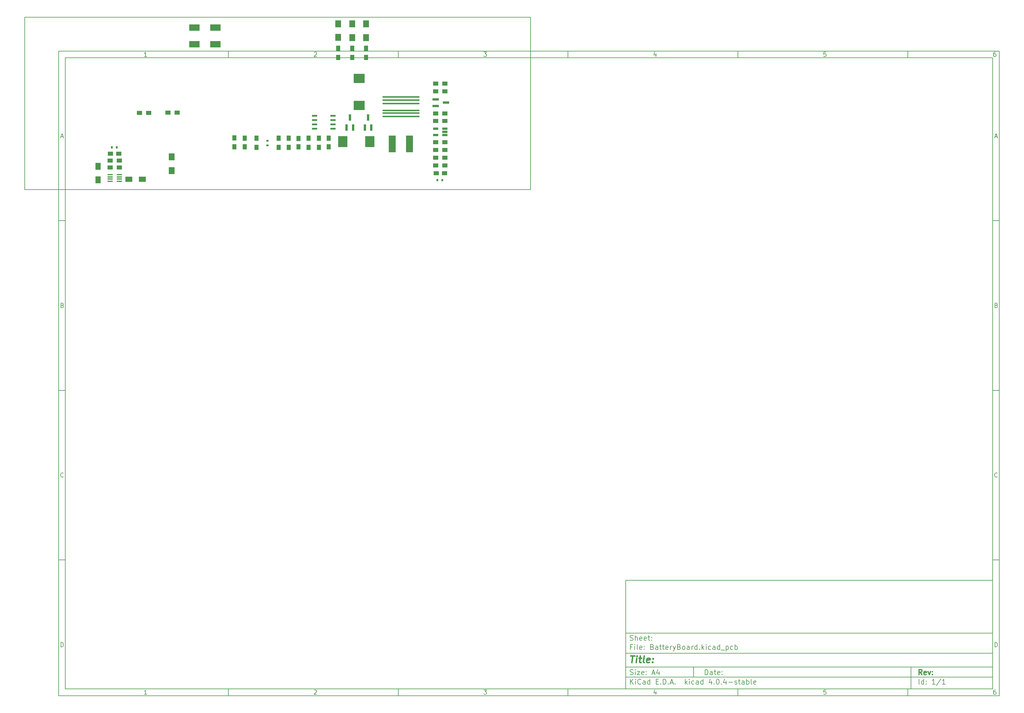
<source format=gbr>
G04 #@! TF.FileFunction,Paste,Top*
%FSLAX46Y46*%
G04 Gerber Fmt 4.6, Leading zero omitted, Abs format (unit mm)*
G04 Created by KiCad (PCBNEW 4.0.4-stable) date Saturday, July 15, 2017 'PMt' 05:06:53 PM*
%MOMM*%
%LPD*%
G01*
G04 APERTURE LIST*
%ADD10C,0.100000*%
%ADD11C,0.150000*%
%ADD12C,0.300000*%
%ADD13C,0.400000*%
%ADD14C,0.450000*%
%ADD15R,1.600000X2.000000*%
%ADD16R,2.000000X1.600000*%
%ADD17R,1.500000X1.250000*%
%ADD18R,1.250000X1.500000*%
%ADD19R,1.700000X2.000000*%
%ADD20R,0.700000X0.600000*%
%ADD21R,0.600000X0.700000*%
%ADD22R,1.900000X0.800000*%
%ADD23R,0.800000X1.900000*%
%ADD24R,1.500000X1.300000*%
%ADD25R,2.700000X3.200000*%
%ADD26R,1.300000X1.500000*%
%ADD27R,3.200000X2.700000*%
%ADD28R,1.560000X0.400000*%
%ADD29R,1.550000X0.600000*%
%ADD30R,1.560000X0.650000*%
%ADD31R,3.150000X1.960000*%
%ADD32R,2.032000X5.000000*%
G04 APERTURE END LIST*
D10*
D11*
X177002200Y-166007200D02*
X177002200Y-198007200D01*
X285002200Y-198007200D01*
X285002200Y-166007200D01*
X177002200Y-166007200D01*
D10*
D11*
X10000000Y-10000000D02*
X10000000Y-200007200D01*
X287002200Y-200007200D01*
X287002200Y-10000000D01*
X10000000Y-10000000D01*
D10*
D11*
X12000000Y-12000000D02*
X12000000Y-198007200D01*
X285002200Y-198007200D01*
X285002200Y-12000000D01*
X12000000Y-12000000D01*
D10*
D11*
X60000000Y-12000000D02*
X60000000Y-10000000D01*
D10*
D11*
X110000000Y-12000000D02*
X110000000Y-10000000D01*
D10*
D11*
X160000000Y-12000000D02*
X160000000Y-10000000D01*
D10*
D11*
X210000000Y-12000000D02*
X210000000Y-10000000D01*
D10*
D11*
X260000000Y-12000000D02*
X260000000Y-10000000D01*
D10*
D11*
X35990476Y-11588095D02*
X35247619Y-11588095D01*
X35619048Y-11588095D02*
X35619048Y-10288095D01*
X35495238Y-10473810D01*
X35371429Y-10597619D01*
X35247619Y-10659524D01*
D10*
D11*
X85247619Y-10411905D02*
X85309524Y-10350000D01*
X85433333Y-10288095D01*
X85742857Y-10288095D01*
X85866667Y-10350000D01*
X85928571Y-10411905D01*
X85990476Y-10535714D01*
X85990476Y-10659524D01*
X85928571Y-10845238D01*
X85185714Y-11588095D01*
X85990476Y-11588095D01*
D10*
D11*
X135185714Y-10288095D02*
X135990476Y-10288095D01*
X135557143Y-10783333D01*
X135742857Y-10783333D01*
X135866667Y-10845238D01*
X135928571Y-10907143D01*
X135990476Y-11030952D01*
X135990476Y-11340476D01*
X135928571Y-11464286D01*
X135866667Y-11526190D01*
X135742857Y-11588095D01*
X135371429Y-11588095D01*
X135247619Y-11526190D01*
X135185714Y-11464286D01*
D10*
D11*
X185866667Y-10721429D02*
X185866667Y-11588095D01*
X185557143Y-10226190D02*
X185247619Y-11154762D01*
X186052381Y-11154762D01*
D10*
D11*
X235928571Y-10288095D02*
X235309524Y-10288095D01*
X235247619Y-10907143D01*
X235309524Y-10845238D01*
X235433333Y-10783333D01*
X235742857Y-10783333D01*
X235866667Y-10845238D01*
X235928571Y-10907143D01*
X235990476Y-11030952D01*
X235990476Y-11340476D01*
X235928571Y-11464286D01*
X235866667Y-11526190D01*
X235742857Y-11588095D01*
X235433333Y-11588095D01*
X235309524Y-11526190D01*
X235247619Y-11464286D01*
D10*
D11*
X285866667Y-10288095D02*
X285619048Y-10288095D01*
X285495238Y-10350000D01*
X285433333Y-10411905D01*
X285309524Y-10597619D01*
X285247619Y-10845238D01*
X285247619Y-11340476D01*
X285309524Y-11464286D01*
X285371429Y-11526190D01*
X285495238Y-11588095D01*
X285742857Y-11588095D01*
X285866667Y-11526190D01*
X285928571Y-11464286D01*
X285990476Y-11340476D01*
X285990476Y-11030952D01*
X285928571Y-10907143D01*
X285866667Y-10845238D01*
X285742857Y-10783333D01*
X285495238Y-10783333D01*
X285371429Y-10845238D01*
X285309524Y-10907143D01*
X285247619Y-11030952D01*
D10*
D11*
X60000000Y-198007200D02*
X60000000Y-200007200D01*
D10*
D11*
X110000000Y-198007200D02*
X110000000Y-200007200D01*
D10*
D11*
X160000000Y-198007200D02*
X160000000Y-200007200D01*
D10*
D11*
X210000000Y-198007200D02*
X210000000Y-200007200D01*
D10*
D11*
X260000000Y-198007200D02*
X260000000Y-200007200D01*
D10*
D11*
X35990476Y-199595295D02*
X35247619Y-199595295D01*
X35619048Y-199595295D02*
X35619048Y-198295295D01*
X35495238Y-198481010D01*
X35371429Y-198604819D01*
X35247619Y-198666724D01*
D10*
D11*
X85247619Y-198419105D02*
X85309524Y-198357200D01*
X85433333Y-198295295D01*
X85742857Y-198295295D01*
X85866667Y-198357200D01*
X85928571Y-198419105D01*
X85990476Y-198542914D01*
X85990476Y-198666724D01*
X85928571Y-198852438D01*
X85185714Y-199595295D01*
X85990476Y-199595295D01*
D10*
D11*
X135185714Y-198295295D02*
X135990476Y-198295295D01*
X135557143Y-198790533D01*
X135742857Y-198790533D01*
X135866667Y-198852438D01*
X135928571Y-198914343D01*
X135990476Y-199038152D01*
X135990476Y-199347676D01*
X135928571Y-199471486D01*
X135866667Y-199533390D01*
X135742857Y-199595295D01*
X135371429Y-199595295D01*
X135247619Y-199533390D01*
X135185714Y-199471486D01*
D10*
D11*
X185866667Y-198728629D02*
X185866667Y-199595295D01*
X185557143Y-198233390D02*
X185247619Y-199161962D01*
X186052381Y-199161962D01*
D10*
D11*
X235928571Y-198295295D02*
X235309524Y-198295295D01*
X235247619Y-198914343D01*
X235309524Y-198852438D01*
X235433333Y-198790533D01*
X235742857Y-198790533D01*
X235866667Y-198852438D01*
X235928571Y-198914343D01*
X235990476Y-199038152D01*
X235990476Y-199347676D01*
X235928571Y-199471486D01*
X235866667Y-199533390D01*
X235742857Y-199595295D01*
X235433333Y-199595295D01*
X235309524Y-199533390D01*
X235247619Y-199471486D01*
D10*
D11*
X285866667Y-198295295D02*
X285619048Y-198295295D01*
X285495238Y-198357200D01*
X285433333Y-198419105D01*
X285309524Y-198604819D01*
X285247619Y-198852438D01*
X285247619Y-199347676D01*
X285309524Y-199471486D01*
X285371429Y-199533390D01*
X285495238Y-199595295D01*
X285742857Y-199595295D01*
X285866667Y-199533390D01*
X285928571Y-199471486D01*
X285990476Y-199347676D01*
X285990476Y-199038152D01*
X285928571Y-198914343D01*
X285866667Y-198852438D01*
X285742857Y-198790533D01*
X285495238Y-198790533D01*
X285371429Y-198852438D01*
X285309524Y-198914343D01*
X285247619Y-199038152D01*
D10*
D11*
X10000000Y-60000000D02*
X12000000Y-60000000D01*
D10*
D11*
X10000000Y-110000000D02*
X12000000Y-110000000D01*
D10*
D11*
X10000000Y-160000000D02*
X12000000Y-160000000D01*
D10*
D11*
X10690476Y-35216667D02*
X11309524Y-35216667D01*
X10566667Y-35588095D02*
X11000000Y-34288095D01*
X11433333Y-35588095D01*
D10*
D11*
X11092857Y-84907143D02*
X11278571Y-84969048D01*
X11340476Y-85030952D01*
X11402381Y-85154762D01*
X11402381Y-85340476D01*
X11340476Y-85464286D01*
X11278571Y-85526190D01*
X11154762Y-85588095D01*
X10659524Y-85588095D01*
X10659524Y-84288095D01*
X11092857Y-84288095D01*
X11216667Y-84350000D01*
X11278571Y-84411905D01*
X11340476Y-84535714D01*
X11340476Y-84659524D01*
X11278571Y-84783333D01*
X11216667Y-84845238D01*
X11092857Y-84907143D01*
X10659524Y-84907143D01*
D10*
D11*
X11402381Y-135464286D02*
X11340476Y-135526190D01*
X11154762Y-135588095D01*
X11030952Y-135588095D01*
X10845238Y-135526190D01*
X10721429Y-135402381D01*
X10659524Y-135278571D01*
X10597619Y-135030952D01*
X10597619Y-134845238D01*
X10659524Y-134597619D01*
X10721429Y-134473810D01*
X10845238Y-134350000D01*
X11030952Y-134288095D01*
X11154762Y-134288095D01*
X11340476Y-134350000D01*
X11402381Y-134411905D01*
D10*
D11*
X10659524Y-185588095D02*
X10659524Y-184288095D01*
X10969048Y-184288095D01*
X11154762Y-184350000D01*
X11278571Y-184473810D01*
X11340476Y-184597619D01*
X11402381Y-184845238D01*
X11402381Y-185030952D01*
X11340476Y-185278571D01*
X11278571Y-185402381D01*
X11154762Y-185526190D01*
X10969048Y-185588095D01*
X10659524Y-185588095D01*
D10*
D11*
X287002200Y-60000000D02*
X285002200Y-60000000D01*
D10*
D11*
X287002200Y-110000000D02*
X285002200Y-110000000D01*
D10*
D11*
X287002200Y-160000000D02*
X285002200Y-160000000D01*
D10*
D11*
X285692676Y-35216667D02*
X286311724Y-35216667D01*
X285568867Y-35588095D02*
X286002200Y-34288095D01*
X286435533Y-35588095D01*
D10*
D11*
X286095057Y-84907143D02*
X286280771Y-84969048D01*
X286342676Y-85030952D01*
X286404581Y-85154762D01*
X286404581Y-85340476D01*
X286342676Y-85464286D01*
X286280771Y-85526190D01*
X286156962Y-85588095D01*
X285661724Y-85588095D01*
X285661724Y-84288095D01*
X286095057Y-84288095D01*
X286218867Y-84350000D01*
X286280771Y-84411905D01*
X286342676Y-84535714D01*
X286342676Y-84659524D01*
X286280771Y-84783333D01*
X286218867Y-84845238D01*
X286095057Y-84907143D01*
X285661724Y-84907143D01*
D10*
D11*
X286404581Y-135464286D02*
X286342676Y-135526190D01*
X286156962Y-135588095D01*
X286033152Y-135588095D01*
X285847438Y-135526190D01*
X285723629Y-135402381D01*
X285661724Y-135278571D01*
X285599819Y-135030952D01*
X285599819Y-134845238D01*
X285661724Y-134597619D01*
X285723629Y-134473810D01*
X285847438Y-134350000D01*
X286033152Y-134288095D01*
X286156962Y-134288095D01*
X286342676Y-134350000D01*
X286404581Y-134411905D01*
D10*
D11*
X285661724Y-185588095D02*
X285661724Y-184288095D01*
X285971248Y-184288095D01*
X286156962Y-184350000D01*
X286280771Y-184473810D01*
X286342676Y-184597619D01*
X286404581Y-184845238D01*
X286404581Y-185030952D01*
X286342676Y-185278571D01*
X286280771Y-185402381D01*
X286156962Y-185526190D01*
X285971248Y-185588095D01*
X285661724Y-185588095D01*
D10*
D11*
X200359343Y-193785771D02*
X200359343Y-192285771D01*
X200716486Y-192285771D01*
X200930771Y-192357200D01*
X201073629Y-192500057D01*
X201145057Y-192642914D01*
X201216486Y-192928629D01*
X201216486Y-193142914D01*
X201145057Y-193428629D01*
X201073629Y-193571486D01*
X200930771Y-193714343D01*
X200716486Y-193785771D01*
X200359343Y-193785771D01*
X202502200Y-193785771D02*
X202502200Y-193000057D01*
X202430771Y-192857200D01*
X202287914Y-192785771D01*
X202002200Y-192785771D01*
X201859343Y-192857200D01*
X202502200Y-193714343D02*
X202359343Y-193785771D01*
X202002200Y-193785771D01*
X201859343Y-193714343D01*
X201787914Y-193571486D01*
X201787914Y-193428629D01*
X201859343Y-193285771D01*
X202002200Y-193214343D01*
X202359343Y-193214343D01*
X202502200Y-193142914D01*
X203002200Y-192785771D02*
X203573629Y-192785771D01*
X203216486Y-192285771D02*
X203216486Y-193571486D01*
X203287914Y-193714343D01*
X203430772Y-193785771D01*
X203573629Y-193785771D01*
X204645057Y-193714343D02*
X204502200Y-193785771D01*
X204216486Y-193785771D01*
X204073629Y-193714343D01*
X204002200Y-193571486D01*
X204002200Y-193000057D01*
X204073629Y-192857200D01*
X204216486Y-192785771D01*
X204502200Y-192785771D01*
X204645057Y-192857200D01*
X204716486Y-193000057D01*
X204716486Y-193142914D01*
X204002200Y-193285771D01*
X205359343Y-193642914D02*
X205430771Y-193714343D01*
X205359343Y-193785771D01*
X205287914Y-193714343D01*
X205359343Y-193642914D01*
X205359343Y-193785771D01*
X205359343Y-192857200D02*
X205430771Y-192928629D01*
X205359343Y-193000057D01*
X205287914Y-192928629D01*
X205359343Y-192857200D01*
X205359343Y-193000057D01*
D10*
D11*
X177002200Y-194507200D02*
X285002200Y-194507200D01*
D10*
D11*
X178359343Y-196585771D02*
X178359343Y-195085771D01*
X179216486Y-196585771D02*
X178573629Y-195728629D01*
X179216486Y-195085771D02*
X178359343Y-195942914D01*
X179859343Y-196585771D02*
X179859343Y-195585771D01*
X179859343Y-195085771D02*
X179787914Y-195157200D01*
X179859343Y-195228629D01*
X179930771Y-195157200D01*
X179859343Y-195085771D01*
X179859343Y-195228629D01*
X181430772Y-196442914D02*
X181359343Y-196514343D01*
X181145057Y-196585771D01*
X181002200Y-196585771D01*
X180787915Y-196514343D01*
X180645057Y-196371486D01*
X180573629Y-196228629D01*
X180502200Y-195942914D01*
X180502200Y-195728629D01*
X180573629Y-195442914D01*
X180645057Y-195300057D01*
X180787915Y-195157200D01*
X181002200Y-195085771D01*
X181145057Y-195085771D01*
X181359343Y-195157200D01*
X181430772Y-195228629D01*
X182716486Y-196585771D02*
X182716486Y-195800057D01*
X182645057Y-195657200D01*
X182502200Y-195585771D01*
X182216486Y-195585771D01*
X182073629Y-195657200D01*
X182716486Y-196514343D02*
X182573629Y-196585771D01*
X182216486Y-196585771D01*
X182073629Y-196514343D01*
X182002200Y-196371486D01*
X182002200Y-196228629D01*
X182073629Y-196085771D01*
X182216486Y-196014343D01*
X182573629Y-196014343D01*
X182716486Y-195942914D01*
X184073629Y-196585771D02*
X184073629Y-195085771D01*
X184073629Y-196514343D02*
X183930772Y-196585771D01*
X183645058Y-196585771D01*
X183502200Y-196514343D01*
X183430772Y-196442914D01*
X183359343Y-196300057D01*
X183359343Y-195871486D01*
X183430772Y-195728629D01*
X183502200Y-195657200D01*
X183645058Y-195585771D01*
X183930772Y-195585771D01*
X184073629Y-195657200D01*
X185930772Y-195800057D02*
X186430772Y-195800057D01*
X186645058Y-196585771D02*
X185930772Y-196585771D01*
X185930772Y-195085771D01*
X186645058Y-195085771D01*
X187287915Y-196442914D02*
X187359343Y-196514343D01*
X187287915Y-196585771D01*
X187216486Y-196514343D01*
X187287915Y-196442914D01*
X187287915Y-196585771D01*
X188002201Y-196585771D02*
X188002201Y-195085771D01*
X188359344Y-195085771D01*
X188573629Y-195157200D01*
X188716487Y-195300057D01*
X188787915Y-195442914D01*
X188859344Y-195728629D01*
X188859344Y-195942914D01*
X188787915Y-196228629D01*
X188716487Y-196371486D01*
X188573629Y-196514343D01*
X188359344Y-196585771D01*
X188002201Y-196585771D01*
X189502201Y-196442914D02*
X189573629Y-196514343D01*
X189502201Y-196585771D01*
X189430772Y-196514343D01*
X189502201Y-196442914D01*
X189502201Y-196585771D01*
X190145058Y-196157200D02*
X190859344Y-196157200D01*
X190002201Y-196585771D02*
X190502201Y-195085771D01*
X191002201Y-196585771D01*
X191502201Y-196442914D02*
X191573629Y-196514343D01*
X191502201Y-196585771D01*
X191430772Y-196514343D01*
X191502201Y-196442914D01*
X191502201Y-196585771D01*
X194502201Y-196585771D02*
X194502201Y-195085771D01*
X194645058Y-196014343D02*
X195073629Y-196585771D01*
X195073629Y-195585771D02*
X194502201Y-196157200D01*
X195716487Y-196585771D02*
X195716487Y-195585771D01*
X195716487Y-195085771D02*
X195645058Y-195157200D01*
X195716487Y-195228629D01*
X195787915Y-195157200D01*
X195716487Y-195085771D01*
X195716487Y-195228629D01*
X197073630Y-196514343D02*
X196930773Y-196585771D01*
X196645059Y-196585771D01*
X196502201Y-196514343D01*
X196430773Y-196442914D01*
X196359344Y-196300057D01*
X196359344Y-195871486D01*
X196430773Y-195728629D01*
X196502201Y-195657200D01*
X196645059Y-195585771D01*
X196930773Y-195585771D01*
X197073630Y-195657200D01*
X198359344Y-196585771D02*
X198359344Y-195800057D01*
X198287915Y-195657200D01*
X198145058Y-195585771D01*
X197859344Y-195585771D01*
X197716487Y-195657200D01*
X198359344Y-196514343D02*
X198216487Y-196585771D01*
X197859344Y-196585771D01*
X197716487Y-196514343D01*
X197645058Y-196371486D01*
X197645058Y-196228629D01*
X197716487Y-196085771D01*
X197859344Y-196014343D01*
X198216487Y-196014343D01*
X198359344Y-195942914D01*
X199716487Y-196585771D02*
X199716487Y-195085771D01*
X199716487Y-196514343D02*
X199573630Y-196585771D01*
X199287916Y-196585771D01*
X199145058Y-196514343D01*
X199073630Y-196442914D01*
X199002201Y-196300057D01*
X199002201Y-195871486D01*
X199073630Y-195728629D01*
X199145058Y-195657200D01*
X199287916Y-195585771D01*
X199573630Y-195585771D01*
X199716487Y-195657200D01*
X202216487Y-195585771D02*
X202216487Y-196585771D01*
X201859344Y-195014343D02*
X201502201Y-196085771D01*
X202430773Y-196085771D01*
X203002201Y-196442914D02*
X203073629Y-196514343D01*
X203002201Y-196585771D01*
X202930772Y-196514343D01*
X203002201Y-196442914D01*
X203002201Y-196585771D01*
X204002201Y-195085771D02*
X204145058Y-195085771D01*
X204287915Y-195157200D01*
X204359344Y-195228629D01*
X204430773Y-195371486D01*
X204502201Y-195657200D01*
X204502201Y-196014343D01*
X204430773Y-196300057D01*
X204359344Y-196442914D01*
X204287915Y-196514343D01*
X204145058Y-196585771D01*
X204002201Y-196585771D01*
X203859344Y-196514343D01*
X203787915Y-196442914D01*
X203716487Y-196300057D01*
X203645058Y-196014343D01*
X203645058Y-195657200D01*
X203716487Y-195371486D01*
X203787915Y-195228629D01*
X203859344Y-195157200D01*
X204002201Y-195085771D01*
X205145058Y-196442914D02*
X205216486Y-196514343D01*
X205145058Y-196585771D01*
X205073629Y-196514343D01*
X205145058Y-196442914D01*
X205145058Y-196585771D01*
X206502201Y-195585771D02*
X206502201Y-196585771D01*
X206145058Y-195014343D02*
X205787915Y-196085771D01*
X206716487Y-196085771D01*
X207287915Y-196014343D02*
X208430772Y-196014343D01*
X209073629Y-196514343D02*
X209216486Y-196585771D01*
X209502201Y-196585771D01*
X209645058Y-196514343D01*
X209716486Y-196371486D01*
X209716486Y-196300057D01*
X209645058Y-196157200D01*
X209502201Y-196085771D01*
X209287915Y-196085771D01*
X209145058Y-196014343D01*
X209073629Y-195871486D01*
X209073629Y-195800057D01*
X209145058Y-195657200D01*
X209287915Y-195585771D01*
X209502201Y-195585771D01*
X209645058Y-195657200D01*
X210145058Y-195585771D02*
X210716487Y-195585771D01*
X210359344Y-195085771D02*
X210359344Y-196371486D01*
X210430772Y-196514343D01*
X210573630Y-196585771D01*
X210716487Y-196585771D01*
X211859344Y-196585771D02*
X211859344Y-195800057D01*
X211787915Y-195657200D01*
X211645058Y-195585771D01*
X211359344Y-195585771D01*
X211216487Y-195657200D01*
X211859344Y-196514343D02*
X211716487Y-196585771D01*
X211359344Y-196585771D01*
X211216487Y-196514343D01*
X211145058Y-196371486D01*
X211145058Y-196228629D01*
X211216487Y-196085771D01*
X211359344Y-196014343D01*
X211716487Y-196014343D01*
X211859344Y-195942914D01*
X212573630Y-196585771D02*
X212573630Y-195085771D01*
X212573630Y-195657200D02*
X212716487Y-195585771D01*
X213002201Y-195585771D01*
X213145058Y-195657200D01*
X213216487Y-195728629D01*
X213287916Y-195871486D01*
X213287916Y-196300057D01*
X213216487Y-196442914D01*
X213145058Y-196514343D01*
X213002201Y-196585771D01*
X212716487Y-196585771D01*
X212573630Y-196514343D01*
X214145059Y-196585771D02*
X214002201Y-196514343D01*
X213930773Y-196371486D01*
X213930773Y-195085771D01*
X215287915Y-196514343D02*
X215145058Y-196585771D01*
X214859344Y-196585771D01*
X214716487Y-196514343D01*
X214645058Y-196371486D01*
X214645058Y-195800057D01*
X214716487Y-195657200D01*
X214859344Y-195585771D01*
X215145058Y-195585771D01*
X215287915Y-195657200D01*
X215359344Y-195800057D01*
X215359344Y-195942914D01*
X214645058Y-196085771D01*
D10*
D11*
X177002200Y-191507200D02*
X285002200Y-191507200D01*
D10*
D12*
X264216486Y-193785771D02*
X263716486Y-193071486D01*
X263359343Y-193785771D02*
X263359343Y-192285771D01*
X263930771Y-192285771D01*
X264073629Y-192357200D01*
X264145057Y-192428629D01*
X264216486Y-192571486D01*
X264216486Y-192785771D01*
X264145057Y-192928629D01*
X264073629Y-193000057D01*
X263930771Y-193071486D01*
X263359343Y-193071486D01*
X265430771Y-193714343D02*
X265287914Y-193785771D01*
X265002200Y-193785771D01*
X264859343Y-193714343D01*
X264787914Y-193571486D01*
X264787914Y-193000057D01*
X264859343Y-192857200D01*
X265002200Y-192785771D01*
X265287914Y-192785771D01*
X265430771Y-192857200D01*
X265502200Y-193000057D01*
X265502200Y-193142914D01*
X264787914Y-193285771D01*
X266002200Y-192785771D02*
X266359343Y-193785771D01*
X266716485Y-192785771D01*
X267287914Y-193642914D02*
X267359342Y-193714343D01*
X267287914Y-193785771D01*
X267216485Y-193714343D01*
X267287914Y-193642914D01*
X267287914Y-193785771D01*
X267287914Y-192857200D02*
X267359342Y-192928629D01*
X267287914Y-193000057D01*
X267216485Y-192928629D01*
X267287914Y-192857200D01*
X267287914Y-193000057D01*
D10*
D11*
X178287914Y-193714343D02*
X178502200Y-193785771D01*
X178859343Y-193785771D01*
X179002200Y-193714343D01*
X179073629Y-193642914D01*
X179145057Y-193500057D01*
X179145057Y-193357200D01*
X179073629Y-193214343D01*
X179002200Y-193142914D01*
X178859343Y-193071486D01*
X178573629Y-193000057D01*
X178430771Y-192928629D01*
X178359343Y-192857200D01*
X178287914Y-192714343D01*
X178287914Y-192571486D01*
X178359343Y-192428629D01*
X178430771Y-192357200D01*
X178573629Y-192285771D01*
X178930771Y-192285771D01*
X179145057Y-192357200D01*
X179787914Y-193785771D02*
X179787914Y-192785771D01*
X179787914Y-192285771D02*
X179716485Y-192357200D01*
X179787914Y-192428629D01*
X179859342Y-192357200D01*
X179787914Y-192285771D01*
X179787914Y-192428629D01*
X180359343Y-192785771D02*
X181145057Y-192785771D01*
X180359343Y-193785771D01*
X181145057Y-193785771D01*
X182287914Y-193714343D02*
X182145057Y-193785771D01*
X181859343Y-193785771D01*
X181716486Y-193714343D01*
X181645057Y-193571486D01*
X181645057Y-193000057D01*
X181716486Y-192857200D01*
X181859343Y-192785771D01*
X182145057Y-192785771D01*
X182287914Y-192857200D01*
X182359343Y-193000057D01*
X182359343Y-193142914D01*
X181645057Y-193285771D01*
X183002200Y-193642914D02*
X183073628Y-193714343D01*
X183002200Y-193785771D01*
X182930771Y-193714343D01*
X183002200Y-193642914D01*
X183002200Y-193785771D01*
X183002200Y-192857200D02*
X183073628Y-192928629D01*
X183002200Y-193000057D01*
X182930771Y-192928629D01*
X183002200Y-192857200D01*
X183002200Y-193000057D01*
X184787914Y-193357200D02*
X185502200Y-193357200D01*
X184645057Y-193785771D02*
X185145057Y-192285771D01*
X185645057Y-193785771D01*
X186787914Y-192785771D02*
X186787914Y-193785771D01*
X186430771Y-192214343D02*
X186073628Y-193285771D01*
X187002200Y-193285771D01*
D10*
D11*
X263359343Y-196585771D02*
X263359343Y-195085771D01*
X264716486Y-196585771D02*
X264716486Y-195085771D01*
X264716486Y-196514343D02*
X264573629Y-196585771D01*
X264287915Y-196585771D01*
X264145057Y-196514343D01*
X264073629Y-196442914D01*
X264002200Y-196300057D01*
X264002200Y-195871486D01*
X264073629Y-195728629D01*
X264145057Y-195657200D01*
X264287915Y-195585771D01*
X264573629Y-195585771D01*
X264716486Y-195657200D01*
X265430772Y-196442914D02*
X265502200Y-196514343D01*
X265430772Y-196585771D01*
X265359343Y-196514343D01*
X265430772Y-196442914D01*
X265430772Y-196585771D01*
X265430772Y-195657200D02*
X265502200Y-195728629D01*
X265430772Y-195800057D01*
X265359343Y-195728629D01*
X265430772Y-195657200D01*
X265430772Y-195800057D01*
X268073629Y-196585771D02*
X267216486Y-196585771D01*
X267645058Y-196585771D02*
X267645058Y-195085771D01*
X267502201Y-195300057D01*
X267359343Y-195442914D01*
X267216486Y-195514343D01*
X269787914Y-195014343D02*
X268502200Y-196942914D01*
X271073629Y-196585771D02*
X270216486Y-196585771D01*
X270645058Y-196585771D02*
X270645058Y-195085771D01*
X270502201Y-195300057D01*
X270359343Y-195442914D01*
X270216486Y-195514343D01*
D10*
D11*
X177002200Y-187507200D02*
X285002200Y-187507200D01*
D10*
D13*
X178454581Y-188211962D02*
X179597438Y-188211962D01*
X178776010Y-190211962D02*
X179026010Y-188211962D01*
X180014105Y-190211962D02*
X180180771Y-188878629D01*
X180264105Y-188211962D02*
X180156962Y-188307200D01*
X180240295Y-188402438D01*
X180347439Y-188307200D01*
X180264105Y-188211962D01*
X180240295Y-188402438D01*
X180847438Y-188878629D02*
X181609343Y-188878629D01*
X181216486Y-188211962D02*
X181002200Y-189926248D01*
X181073630Y-190116724D01*
X181252201Y-190211962D01*
X181442677Y-190211962D01*
X182395058Y-190211962D02*
X182216487Y-190116724D01*
X182145057Y-189926248D01*
X182359343Y-188211962D01*
X183930772Y-190116724D02*
X183728391Y-190211962D01*
X183347439Y-190211962D01*
X183168867Y-190116724D01*
X183097438Y-189926248D01*
X183192676Y-189164343D01*
X183311724Y-188973867D01*
X183514105Y-188878629D01*
X183895057Y-188878629D01*
X184073629Y-188973867D01*
X184145057Y-189164343D01*
X184121248Y-189354819D01*
X183145057Y-189545295D01*
X184895057Y-190021486D02*
X184978392Y-190116724D01*
X184871248Y-190211962D01*
X184787915Y-190116724D01*
X184895057Y-190021486D01*
X184871248Y-190211962D01*
X185026010Y-188973867D02*
X185109344Y-189069105D01*
X185002200Y-189164343D01*
X184918867Y-189069105D01*
X185026010Y-188973867D01*
X185002200Y-189164343D01*
D10*
D11*
X178859343Y-185600057D02*
X178359343Y-185600057D01*
X178359343Y-186385771D02*
X178359343Y-184885771D01*
X179073629Y-184885771D01*
X179645057Y-186385771D02*
X179645057Y-185385771D01*
X179645057Y-184885771D02*
X179573628Y-184957200D01*
X179645057Y-185028629D01*
X179716485Y-184957200D01*
X179645057Y-184885771D01*
X179645057Y-185028629D01*
X180573629Y-186385771D02*
X180430771Y-186314343D01*
X180359343Y-186171486D01*
X180359343Y-184885771D01*
X181716485Y-186314343D02*
X181573628Y-186385771D01*
X181287914Y-186385771D01*
X181145057Y-186314343D01*
X181073628Y-186171486D01*
X181073628Y-185600057D01*
X181145057Y-185457200D01*
X181287914Y-185385771D01*
X181573628Y-185385771D01*
X181716485Y-185457200D01*
X181787914Y-185600057D01*
X181787914Y-185742914D01*
X181073628Y-185885771D01*
X182430771Y-186242914D02*
X182502199Y-186314343D01*
X182430771Y-186385771D01*
X182359342Y-186314343D01*
X182430771Y-186242914D01*
X182430771Y-186385771D01*
X182430771Y-185457200D02*
X182502199Y-185528629D01*
X182430771Y-185600057D01*
X182359342Y-185528629D01*
X182430771Y-185457200D01*
X182430771Y-185600057D01*
X184787914Y-185600057D02*
X185002200Y-185671486D01*
X185073628Y-185742914D01*
X185145057Y-185885771D01*
X185145057Y-186100057D01*
X185073628Y-186242914D01*
X185002200Y-186314343D01*
X184859342Y-186385771D01*
X184287914Y-186385771D01*
X184287914Y-184885771D01*
X184787914Y-184885771D01*
X184930771Y-184957200D01*
X185002200Y-185028629D01*
X185073628Y-185171486D01*
X185073628Y-185314343D01*
X185002200Y-185457200D01*
X184930771Y-185528629D01*
X184787914Y-185600057D01*
X184287914Y-185600057D01*
X186430771Y-186385771D02*
X186430771Y-185600057D01*
X186359342Y-185457200D01*
X186216485Y-185385771D01*
X185930771Y-185385771D01*
X185787914Y-185457200D01*
X186430771Y-186314343D02*
X186287914Y-186385771D01*
X185930771Y-186385771D01*
X185787914Y-186314343D01*
X185716485Y-186171486D01*
X185716485Y-186028629D01*
X185787914Y-185885771D01*
X185930771Y-185814343D01*
X186287914Y-185814343D01*
X186430771Y-185742914D01*
X186930771Y-185385771D02*
X187502200Y-185385771D01*
X187145057Y-184885771D02*
X187145057Y-186171486D01*
X187216485Y-186314343D01*
X187359343Y-186385771D01*
X187502200Y-186385771D01*
X187787914Y-185385771D02*
X188359343Y-185385771D01*
X188002200Y-184885771D02*
X188002200Y-186171486D01*
X188073628Y-186314343D01*
X188216486Y-186385771D01*
X188359343Y-186385771D01*
X189430771Y-186314343D02*
X189287914Y-186385771D01*
X189002200Y-186385771D01*
X188859343Y-186314343D01*
X188787914Y-186171486D01*
X188787914Y-185600057D01*
X188859343Y-185457200D01*
X189002200Y-185385771D01*
X189287914Y-185385771D01*
X189430771Y-185457200D01*
X189502200Y-185600057D01*
X189502200Y-185742914D01*
X188787914Y-185885771D01*
X190145057Y-186385771D02*
X190145057Y-185385771D01*
X190145057Y-185671486D02*
X190216485Y-185528629D01*
X190287914Y-185457200D01*
X190430771Y-185385771D01*
X190573628Y-185385771D01*
X190930771Y-185385771D02*
X191287914Y-186385771D01*
X191645056Y-185385771D02*
X191287914Y-186385771D01*
X191145056Y-186742914D01*
X191073628Y-186814343D01*
X190930771Y-186885771D01*
X192716485Y-185600057D02*
X192930771Y-185671486D01*
X193002199Y-185742914D01*
X193073628Y-185885771D01*
X193073628Y-186100057D01*
X193002199Y-186242914D01*
X192930771Y-186314343D01*
X192787913Y-186385771D01*
X192216485Y-186385771D01*
X192216485Y-184885771D01*
X192716485Y-184885771D01*
X192859342Y-184957200D01*
X192930771Y-185028629D01*
X193002199Y-185171486D01*
X193002199Y-185314343D01*
X192930771Y-185457200D01*
X192859342Y-185528629D01*
X192716485Y-185600057D01*
X192216485Y-185600057D01*
X193930771Y-186385771D02*
X193787913Y-186314343D01*
X193716485Y-186242914D01*
X193645056Y-186100057D01*
X193645056Y-185671486D01*
X193716485Y-185528629D01*
X193787913Y-185457200D01*
X193930771Y-185385771D01*
X194145056Y-185385771D01*
X194287913Y-185457200D01*
X194359342Y-185528629D01*
X194430771Y-185671486D01*
X194430771Y-186100057D01*
X194359342Y-186242914D01*
X194287913Y-186314343D01*
X194145056Y-186385771D01*
X193930771Y-186385771D01*
X195716485Y-186385771D02*
X195716485Y-185600057D01*
X195645056Y-185457200D01*
X195502199Y-185385771D01*
X195216485Y-185385771D01*
X195073628Y-185457200D01*
X195716485Y-186314343D02*
X195573628Y-186385771D01*
X195216485Y-186385771D01*
X195073628Y-186314343D01*
X195002199Y-186171486D01*
X195002199Y-186028629D01*
X195073628Y-185885771D01*
X195216485Y-185814343D01*
X195573628Y-185814343D01*
X195716485Y-185742914D01*
X196430771Y-186385771D02*
X196430771Y-185385771D01*
X196430771Y-185671486D02*
X196502199Y-185528629D01*
X196573628Y-185457200D01*
X196716485Y-185385771D01*
X196859342Y-185385771D01*
X198002199Y-186385771D02*
X198002199Y-184885771D01*
X198002199Y-186314343D02*
X197859342Y-186385771D01*
X197573628Y-186385771D01*
X197430770Y-186314343D01*
X197359342Y-186242914D01*
X197287913Y-186100057D01*
X197287913Y-185671486D01*
X197359342Y-185528629D01*
X197430770Y-185457200D01*
X197573628Y-185385771D01*
X197859342Y-185385771D01*
X198002199Y-185457200D01*
X198716485Y-186242914D02*
X198787913Y-186314343D01*
X198716485Y-186385771D01*
X198645056Y-186314343D01*
X198716485Y-186242914D01*
X198716485Y-186385771D01*
X199430771Y-186385771D02*
X199430771Y-184885771D01*
X199573628Y-185814343D02*
X200002199Y-186385771D01*
X200002199Y-185385771D02*
X199430771Y-185957200D01*
X200645057Y-186385771D02*
X200645057Y-185385771D01*
X200645057Y-184885771D02*
X200573628Y-184957200D01*
X200645057Y-185028629D01*
X200716485Y-184957200D01*
X200645057Y-184885771D01*
X200645057Y-185028629D01*
X202002200Y-186314343D02*
X201859343Y-186385771D01*
X201573629Y-186385771D01*
X201430771Y-186314343D01*
X201359343Y-186242914D01*
X201287914Y-186100057D01*
X201287914Y-185671486D01*
X201359343Y-185528629D01*
X201430771Y-185457200D01*
X201573629Y-185385771D01*
X201859343Y-185385771D01*
X202002200Y-185457200D01*
X203287914Y-186385771D02*
X203287914Y-185600057D01*
X203216485Y-185457200D01*
X203073628Y-185385771D01*
X202787914Y-185385771D01*
X202645057Y-185457200D01*
X203287914Y-186314343D02*
X203145057Y-186385771D01*
X202787914Y-186385771D01*
X202645057Y-186314343D01*
X202573628Y-186171486D01*
X202573628Y-186028629D01*
X202645057Y-185885771D01*
X202787914Y-185814343D01*
X203145057Y-185814343D01*
X203287914Y-185742914D01*
X204645057Y-186385771D02*
X204645057Y-184885771D01*
X204645057Y-186314343D02*
X204502200Y-186385771D01*
X204216486Y-186385771D01*
X204073628Y-186314343D01*
X204002200Y-186242914D01*
X203930771Y-186100057D01*
X203930771Y-185671486D01*
X204002200Y-185528629D01*
X204073628Y-185457200D01*
X204216486Y-185385771D01*
X204502200Y-185385771D01*
X204645057Y-185457200D01*
X205002200Y-186528629D02*
X206145057Y-186528629D01*
X206502200Y-185385771D02*
X206502200Y-186885771D01*
X206502200Y-185457200D02*
X206645057Y-185385771D01*
X206930771Y-185385771D01*
X207073628Y-185457200D01*
X207145057Y-185528629D01*
X207216486Y-185671486D01*
X207216486Y-186100057D01*
X207145057Y-186242914D01*
X207073628Y-186314343D01*
X206930771Y-186385771D01*
X206645057Y-186385771D01*
X206502200Y-186314343D01*
X208502200Y-186314343D02*
X208359343Y-186385771D01*
X208073629Y-186385771D01*
X207930771Y-186314343D01*
X207859343Y-186242914D01*
X207787914Y-186100057D01*
X207787914Y-185671486D01*
X207859343Y-185528629D01*
X207930771Y-185457200D01*
X208073629Y-185385771D01*
X208359343Y-185385771D01*
X208502200Y-185457200D01*
X209145057Y-186385771D02*
X209145057Y-184885771D01*
X209145057Y-185457200D02*
X209287914Y-185385771D01*
X209573628Y-185385771D01*
X209716485Y-185457200D01*
X209787914Y-185528629D01*
X209859343Y-185671486D01*
X209859343Y-186100057D01*
X209787914Y-186242914D01*
X209716485Y-186314343D01*
X209573628Y-186385771D01*
X209287914Y-186385771D01*
X209145057Y-186314343D01*
D10*
D11*
X177002200Y-181507200D02*
X285002200Y-181507200D01*
D10*
D11*
X178287914Y-183614343D02*
X178502200Y-183685771D01*
X178859343Y-183685771D01*
X179002200Y-183614343D01*
X179073629Y-183542914D01*
X179145057Y-183400057D01*
X179145057Y-183257200D01*
X179073629Y-183114343D01*
X179002200Y-183042914D01*
X178859343Y-182971486D01*
X178573629Y-182900057D01*
X178430771Y-182828629D01*
X178359343Y-182757200D01*
X178287914Y-182614343D01*
X178287914Y-182471486D01*
X178359343Y-182328629D01*
X178430771Y-182257200D01*
X178573629Y-182185771D01*
X178930771Y-182185771D01*
X179145057Y-182257200D01*
X179787914Y-183685771D02*
X179787914Y-182185771D01*
X180430771Y-183685771D02*
X180430771Y-182900057D01*
X180359342Y-182757200D01*
X180216485Y-182685771D01*
X180002200Y-182685771D01*
X179859342Y-182757200D01*
X179787914Y-182828629D01*
X181716485Y-183614343D02*
X181573628Y-183685771D01*
X181287914Y-183685771D01*
X181145057Y-183614343D01*
X181073628Y-183471486D01*
X181073628Y-182900057D01*
X181145057Y-182757200D01*
X181287914Y-182685771D01*
X181573628Y-182685771D01*
X181716485Y-182757200D01*
X181787914Y-182900057D01*
X181787914Y-183042914D01*
X181073628Y-183185771D01*
X183002199Y-183614343D02*
X182859342Y-183685771D01*
X182573628Y-183685771D01*
X182430771Y-183614343D01*
X182359342Y-183471486D01*
X182359342Y-182900057D01*
X182430771Y-182757200D01*
X182573628Y-182685771D01*
X182859342Y-182685771D01*
X183002199Y-182757200D01*
X183073628Y-182900057D01*
X183073628Y-183042914D01*
X182359342Y-183185771D01*
X183502199Y-182685771D02*
X184073628Y-182685771D01*
X183716485Y-182185771D02*
X183716485Y-183471486D01*
X183787913Y-183614343D01*
X183930771Y-183685771D01*
X184073628Y-183685771D01*
X184573628Y-183542914D02*
X184645056Y-183614343D01*
X184573628Y-183685771D01*
X184502199Y-183614343D01*
X184573628Y-183542914D01*
X184573628Y-183685771D01*
X184573628Y-182757200D02*
X184645056Y-182828629D01*
X184573628Y-182900057D01*
X184502199Y-182828629D01*
X184573628Y-182757200D01*
X184573628Y-182900057D01*
D10*
D11*
X197002200Y-191507200D02*
X197002200Y-194507200D01*
D10*
D11*
X261002200Y-191507200D02*
X261002200Y-198007200D01*
X0Y-50800000D02*
X148971000Y-50800000D01*
X0Y0D02*
X0Y-50800000D01*
X148971000Y0D02*
X148971000Y-50800000D01*
X0Y0D02*
X148971000Y0D01*
D14*
X105510000Y-25435000D02*
X116010000Y-25435000D01*
X105510000Y-24435000D02*
X116010000Y-24435000D01*
X105510000Y-23435000D02*
X116010000Y-23435000D01*
X105510000Y-28205000D02*
X116010000Y-28205000D01*
X105510000Y-29205000D02*
X116010000Y-29205000D01*
X105510000Y-27425000D02*
X116010000Y-27425000D01*
D15*
X21600000Y-47950000D03*
X21600000Y-43950000D03*
D16*
X30650000Y-47800000D03*
X34650000Y-47800000D03*
D17*
X25250000Y-40200000D03*
X27750000Y-40200000D03*
D18*
X64800000Y-35700000D03*
X64800000Y-38200000D03*
X80650000Y-35750000D03*
X80650000Y-38250000D03*
X89550000Y-38200000D03*
X89550000Y-35700000D03*
D17*
X121150000Y-46000000D03*
X123650000Y-46000000D03*
D19*
X100550000Y-6000000D03*
X100550000Y-2000000D03*
X96450000Y-6000000D03*
X96450000Y-2000000D03*
X92350000Y-5950000D03*
X92350000Y-1950000D03*
D20*
X71500000Y-36400000D03*
X71500000Y-37800000D03*
D21*
X121550000Y-48050000D03*
X122950000Y-48050000D03*
D22*
X121050000Y-24250000D03*
X121050000Y-26150000D03*
X124050000Y-25200000D03*
D23*
X94800000Y-32550000D03*
X96700000Y-32550000D03*
X95750000Y-29550000D03*
X100150000Y-32550000D03*
X102050000Y-32550000D03*
X101100000Y-29550000D03*
D24*
X36500000Y-28200000D03*
X33800000Y-28200000D03*
X42200000Y-28150000D03*
X44900000Y-28150000D03*
X123700000Y-30600000D03*
X121000000Y-30600000D03*
D25*
X93700000Y-36700000D03*
X101600000Y-36700000D03*
D24*
X121000000Y-28350000D03*
X123700000Y-28350000D03*
X123700000Y-21850000D03*
X121000000Y-21850000D03*
D26*
X100550000Y-11850000D03*
X100550000Y-9150000D03*
D24*
X25150000Y-42250000D03*
X27850000Y-42250000D03*
D26*
X74750000Y-35700000D03*
X74750000Y-38400000D03*
D24*
X25150000Y-44300000D03*
X27850000Y-44300000D03*
D26*
X77750000Y-35700000D03*
X77750000Y-38400000D03*
D24*
X121000000Y-19550000D03*
X123700000Y-19550000D03*
D26*
X92350000Y-11850000D03*
X92350000Y-9150000D03*
D27*
X98500000Y-18100000D03*
X98500000Y-26000000D03*
D26*
X96450000Y-11850000D03*
X96450000Y-9150000D03*
X61750000Y-35550000D03*
X61750000Y-38250000D03*
X68250000Y-38400000D03*
X68250000Y-35700000D03*
X86600000Y-38400000D03*
X86600000Y-35700000D03*
X83600000Y-35700000D03*
X83600000Y-38400000D03*
D24*
X123700000Y-43750000D03*
X121000000Y-43750000D03*
X123700000Y-41450000D03*
X121000000Y-41450000D03*
X123700000Y-39150000D03*
X121000000Y-39150000D03*
X121000000Y-36850000D03*
X123700000Y-36850000D03*
D28*
X25200000Y-46420000D03*
X25200000Y-47070000D03*
X25200000Y-47730000D03*
X25200000Y-48380000D03*
X27900000Y-48380000D03*
X27900000Y-47730000D03*
X27900000Y-47070000D03*
X27900000Y-46420000D03*
D29*
X85350000Y-29045000D03*
X85350000Y-30315000D03*
X85350000Y-31585000D03*
X85350000Y-32855000D03*
X90750000Y-32855000D03*
X90750000Y-31585000D03*
X90750000Y-30315000D03*
X90750000Y-29045000D03*
D30*
X123700000Y-34750000D03*
X123700000Y-33800000D03*
X123700000Y-32850000D03*
X121000000Y-32850000D03*
X121000000Y-34750000D03*
D31*
X50000000Y-7955000D03*
X50000000Y-3045000D03*
X56200000Y-3045000D03*
X56200000Y-7955000D03*
D21*
X27100000Y-38350000D03*
X25700000Y-38350000D03*
D32*
X108220000Y-37350000D03*
X113300000Y-37350000D03*
D19*
X43300000Y-41200000D03*
X43300000Y-45200000D03*
M02*

</source>
